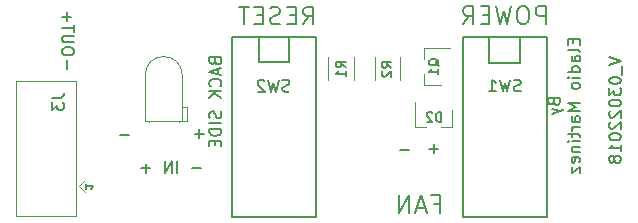
<source format=gbo>
G04 #@! TF.FileFunction,Legend,Bot*
%FSLAX46Y46*%
G04 Gerber Fmt 4.6, Leading zero omitted, Abs format (unit mm)*
G04 Created by KiCad (PCBNEW 4.0.7) date 03/23/18 08:01:55*
%MOMM*%
%LPD*%
G01*
G04 APERTURE LIST*
%ADD10C,0.127000*%
%ADD11C,0.150000*%
%ADD12C,0.120000*%
%ADD13C,0.100000*%
G04 APERTURE END LIST*
D10*
X126309072Y-101943209D02*
X125547167Y-101943209D01*
X132610812Y-101859389D02*
X131848907Y-101859389D01*
X132229859Y-102240341D02*
X132229859Y-101478436D01*
D11*
X166914581Y-95348990D02*
X167914581Y-95682323D01*
X166914581Y-96015657D01*
X168009819Y-96110895D02*
X168009819Y-96872800D01*
X166914581Y-97301371D02*
X166914581Y-97396610D01*
X166962200Y-97491848D01*
X167009819Y-97539467D01*
X167105057Y-97587086D01*
X167295533Y-97634705D01*
X167533629Y-97634705D01*
X167724105Y-97587086D01*
X167819343Y-97539467D01*
X167866962Y-97491848D01*
X167914581Y-97396610D01*
X167914581Y-97301371D01*
X167866962Y-97206133D01*
X167819343Y-97158514D01*
X167724105Y-97110895D01*
X167533629Y-97063276D01*
X167295533Y-97063276D01*
X167105057Y-97110895D01*
X167009819Y-97158514D01*
X166962200Y-97206133D01*
X166914581Y-97301371D01*
X166914581Y-97968038D02*
X166914581Y-98587086D01*
X167295533Y-98253752D01*
X167295533Y-98396610D01*
X167343152Y-98491848D01*
X167390771Y-98539467D01*
X167486010Y-98587086D01*
X167724105Y-98587086D01*
X167819343Y-98539467D01*
X167866962Y-98491848D01*
X167914581Y-98396610D01*
X167914581Y-98110895D01*
X167866962Y-98015657D01*
X167819343Y-97968038D01*
X166914581Y-99206133D02*
X166914581Y-99301372D01*
X166962200Y-99396610D01*
X167009819Y-99444229D01*
X167105057Y-99491848D01*
X167295533Y-99539467D01*
X167533629Y-99539467D01*
X167724105Y-99491848D01*
X167819343Y-99444229D01*
X167866962Y-99396610D01*
X167914581Y-99301372D01*
X167914581Y-99206133D01*
X167866962Y-99110895D01*
X167819343Y-99063276D01*
X167724105Y-99015657D01*
X167533629Y-98968038D01*
X167295533Y-98968038D01*
X167105057Y-99015657D01*
X167009819Y-99063276D01*
X166962200Y-99110895D01*
X166914581Y-99206133D01*
X167009819Y-99920419D02*
X166962200Y-99968038D01*
X166914581Y-100063276D01*
X166914581Y-100301372D01*
X166962200Y-100396610D01*
X167009819Y-100444229D01*
X167105057Y-100491848D01*
X167200295Y-100491848D01*
X167343152Y-100444229D01*
X167914581Y-99872800D01*
X167914581Y-100491848D01*
X167009819Y-100872800D02*
X166962200Y-100920419D01*
X166914581Y-101015657D01*
X166914581Y-101253753D01*
X166962200Y-101348991D01*
X167009819Y-101396610D01*
X167105057Y-101444229D01*
X167200295Y-101444229D01*
X167343152Y-101396610D01*
X167914581Y-100825181D01*
X167914581Y-101444229D01*
X166914581Y-102063276D02*
X166914581Y-102158515D01*
X166962200Y-102253753D01*
X167009819Y-102301372D01*
X167105057Y-102348991D01*
X167295533Y-102396610D01*
X167533629Y-102396610D01*
X167724105Y-102348991D01*
X167819343Y-102301372D01*
X167866962Y-102253753D01*
X167914581Y-102158515D01*
X167914581Y-102063276D01*
X167866962Y-101968038D01*
X167819343Y-101920419D01*
X167724105Y-101872800D01*
X167533629Y-101825181D01*
X167295533Y-101825181D01*
X167105057Y-101872800D01*
X167009819Y-101920419D01*
X166962200Y-101968038D01*
X166914581Y-102063276D01*
X167914581Y-103348991D02*
X167914581Y-102777562D01*
X167914581Y-103063276D02*
X166914581Y-103063276D01*
X167057438Y-102968038D01*
X167152676Y-102872800D01*
X167200295Y-102777562D01*
X167343152Y-103920419D02*
X167295533Y-103825181D01*
X167247914Y-103777562D01*
X167152676Y-103729943D01*
X167105057Y-103729943D01*
X167009819Y-103777562D01*
X166962200Y-103825181D01*
X166914581Y-103920419D01*
X166914581Y-104110896D01*
X166962200Y-104206134D01*
X167009819Y-104253753D01*
X167105057Y-104301372D01*
X167152676Y-104301372D01*
X167247914Y-104253753D01*
X167295533Y-104206134D01*
X167343152Y-104110896D01*
X167343152Y-103920419D01*
X167390771Y-103825181D01*
X167438390Y-103777562D01*
X167533629Y-103729943D01*
X167724105Y-103729943D01*
X167819343Y-103777562D01*
X167866962Y-103825181D01*
X167914581Y-103920419D01*
X167914581Y-104110896D01*
X167866962Y-104206134D01*
X167819343Y-104253753D01*
X167724105Y-104301372D01*
X167533629Y-104301372D01*
X167438390Y-104253753D01*
X167390771Y-104206134D01*
X167343152Y-104110896D01*
X133557971Y-95731439D02*
X133605590Y-95874296D01*
X133653210Y-95921915D01*
X133748448Y-95969534D01*
X133891305Y-95969534D01*
X133986543Y-95921915D01*
X134034162Y-95874296D01*
X134081781Y-95779058D01*
X134081781Y-95398105D01*
X133081781Y-95398105D01*
X133081781Y-95731439D01*
X133129400Y-95826677D01*
X133177019Y-95874296D01*
X133272257Y-95921915D01*
X133367495Y-95921915D01*
X133462733Y-95874296D01*
X133510352Y-95826677D01*
X133557971Y-95731439D01*
X133557971Y-95398105D01*
X133796067Y-96350486D02*
X133796067Y-96826677D01*
X134081781Y-96255248D02*
X133081781Y-96588581D01*
X134081781Y-96921915D01*
X133986543Y-97826677D02*
X134034162Y-97779058D01*
X134081781Y-97636201D01*
X134081781Y-97540963D01*
X134034162Y-97398105D01*
X133938924Y-97302867D01*
X133843686Y-97255248D01*
X133653210Y-97207629D01*
X133510352Y-97207629D01*
X133319876Y-97255248D01*
X133224638Y-97302867D01*
X133129400Y-97398105D01*
X133081781Y-97540963D01*
X133081781Y-97636201D01*
X133129400Y-97779058D01*
X133177019Y-97826677D01*
X134081781Y-98255248D02*
X133081781Y-98255248D01*
X134081781Y-98826677D02*
X133510352Y-98398105D01*
X133081781Y-98826677D02*
X133653210Y-98255248D01*
X134034162Y-99969534D02*
X134081781Y-100112391D01*
X134081781Y-100350487D01*
X134034162Y-100445725D01*
X133986543Y-100493344D01*
X133891305Y-100540963D01*
X133796067Y-100540963D01*
X133700829Y-100493344D01*
X133653210Y-100445725D01*
X133605590Y-100350487D01*
X133557971Y-100160010D01*
X133510352Y-100064772D01*
X133462733Y-100017153D01*
X133367495Y-99969534D01*
X133272257Y-99969534D01*
X133177019Y-100017153D01*
X133129400Y-100064772D01*
X133081781Y-100160010D01*
X133081781Y-100398106D01*
X133129400Y-100540963D01*
X134081781Y-100969534D02*
X133081781Y-100969534D01*
X134081781Y-101445724D02*
X133081781Y-101445724D01*
X133081781Y-101683819D01*
X133129400Y-101826677D01*
X133224638Y-101921915D01*
X133319876Y-101969534D01*
X133510352Y-102017153D01*
X133653210Y-102017153D01*
X133843686Y-101969534D01*
X133938924Y-101921915D01*
X134034162Y-101826677D01*
X134081781Y-101683819D01*
X134081781Y-101445724D01*
X133557971Y-102445724D02*
X133557971Y-102779058D01*
X134081781Y-102921915D02*
X134081781Y-102445724D01*
X133081781Y-102445724D01*
X133081781Y-102921915D01*
X162245231Y-99156877D02*
X162292850Y-99299734D01*
X162340470Y-99347353D01*
X162435708Y-99394972D01*
X162578565Y-99394972D01*
X162673803Y-99347353D01*
X162721422Y-99299734D01*
X162769041Y-99204496D01*
X162769041Y-98823543D01*
X161769041Y-98823543D01*
X161769041Y-99156877D01*
X161816660Y-99252115D01*
X161864279Y-99299734D01*
X161959517Y-99347353D01*
X162054755Y-99347353D01*
X162149993Y-99299734D01*
X162197612Y-99252115D01*
X162245231Y-99156877D01*
X162245231Y-98823543D01*
X162102374Y-99728305D02*
X162769041Y-99966400D01*
X162102374Y-100204496D02*
X162769041Y-99966400D01*
X163007136Y-99871162D01*
X163054755Y-99823543D01*
X163102374Y-99728305D01*
X163895231Y-93871161D02*
X163895231Y-94204495D01*
X164419041Y-94347352D02*
X164419041Y-93871161D01*
X163419041Y-93871161D01*
X163419041Y-94347352D01*
X164419041Y-94918780D02*
X164371422Y-94823542D01*
X164276184Y-94775923D01*
X163419041Y-94775923D01*
X164419041Y-95728305D02*
X163895231Y-95728305D01*
X163799993Y-95680686D01*
X163752374Y-95585448D01*
X163752374Y-95394971D01*
X163799993Y-95299733D01*
X164371422Y-95728305D02*
X164419041Y-95633067D01*
X164419041Y-95394971D01*
X164371422Y-95299733D01*
X164276184Y-95252114D01*
X164180946Y-95252114D01*
X164085708Y-95299733D01*
X164038089Y-95394971D01*
X164038089Y-95633067D01*
X163990470Y-95728305D01*
X164419041Y-96633067D02*
X163419041Y-96633067D01*
X164371422Y-96633067D02*
X164419041Y-96537829D01*
X164419041Y-96347352D01*
X164371422Y-96252114D01*
X164323803Y-96204495D01*
X164228565Y-96156876D01*
X163942850Y-96156876D01*
X163847612Y-96204495D01*
X163799993Y-96252114D01*
X163752374Y-96347352D01*
X163752374Y-96537829D01*
X163799993Y-96633067D01*
X164419041Y-97109257D02*
X163752374Y-97109257D01*
X163419041Y-97109257D02*
X163466660Y-97061638D01*
X163514279Y-97109257D01*
X163466660Y-97156876D01*
X163419041Y-97109257D01*
X163514279Y-97109257D01*
X164419041Y-97728304D02*
X164371422Y-97633066D01*
X164323803Y-97585447D01*
X164228565Y-97537828D01*
X163942850Y-97537828D01*
X163847612Y-97585447D01*
X163799993Y-97633066D01*
X163752374Y-97728304D01*
X163752374Y-97871162D01*
X163799993Y-97966400D01*
X163847612Y-98014019D01*
X163942850Y-98061638D01*
X164228565Y-98061638D01*
X164323803Y-98014019D01*
X164371422Y-97966400D01*
X164419041Y-97871162D01*
X164419041Y-97728304D01*
X164419041Y-99252114D02*
X163419041Y-99252114D01*
X164133327Y-99585448D01*
X163419041Y-99918781D01*
X164419041Y-99918781D01*
X164419041Y-100823543D02*
X163895231Y-100823543D01*
X163799993Y-100775924D01*
X163752374Y-100680686D01*
X163752374Y-100490209D01*
X163799993Y-100394971D01*
X164371422Y-100823543D02*
X164419041Y-100728305D01*
X164419041Y-100490209D01*
X164371422Y-100394971D01*
X164276184Y-100347352D01*
X164180946Y-100347352D01*
X164085708Y-100394971D01*
X164038089Y-100490209D01*
X164038089Y-100728305D01*
X163990470Y-100823543D01*
X164419041Y-101299733D02*
X163752374Y-101299733D01*
X163942850Y-101299733D02*
X163847612Y-101347352D01*
X163799993Y-101394971D01*
X163752374Y-101490209D01*
X163752374Y-101585448D01*
X163752374Y-101775924D02*
X163752374Y-102156876D01*
X163419041Y-101918781D02*
X164276184Y-101918781D01*
X164371422Y-101966400D01*
X164419041Y-102061638D01*
X164419041Y-102156876D01*
X164419041Y-102490210D02*
X163752374Y-102490210D01*
X163419041Y-102490210D02*
X163466660Y-102442591D01*
X163514279Y-102490210D01*
X163466660Y-102537829D01*
X163419041Y-102490210D01*
X163514279Y-102490210D01*
X163752374Y-102966400D02*
X164419041Y-102966400D01*
X163847612Y-102966400D02*
X163799993Y-103014019D01*
X163752374Y-103109257D01*
X163752374Y-103252115D01*
X163799993Y-103347353D01*
X163895231Y-103394972D01*
X164419041Y-103394972D01*
X164371422Y-104252115D02*
X164419041Y-104156877D01*
X164419041Y-103966400D01*
X164371422Y-103871162D01*
X164276184Y-103823543D01*
X163895231Y-103823543D01*
X163799993Y-103871162D01*
X163752374Y-103966400D01*
X163752374Y-104156877D01*
X163799993Y-104252115D01*
X163895231Y-104299734D01*
X163990470Y-104299734D01*
X164085708Y-103823543D01*
X163752374Y-104633067D02*
X163752374Y-105156877D01*
X164419041Y-104633067D01*
X164419041Y-105156877D01*
D10*
X122664571Y-106152971D02*
X122664571Y-106495828D01*
X122664571Y-106324400D02*
X123264571Y-106324400D01*
X123178857Y-106381543D01*
X123121714Y-106438685D01*
X123093143Y-106495828D01*
X149961552Y-103246229D02*
X149199647Y-103246229D01*
X152450752Y-103144629D02*
X151688847Y-103144629D01*
X152069799Y-103525581D02*
X152069799Y-102763676D01*
X152064885Y-107766657D02*
X152564885Y-107766657D01*
X152564885Y-108552371D02*
X152564885Y-107052371D01*
X151850599Y-107052371D01*
X151350600Y-108123800D02*
X150636314Y-108123800D01*
X151493457Y-108552371D02*
X150993457Y-107052371D01*
X150493457Y-108552371D01*
X149993457Y-108552371D02*
X149993457Y-107052371D01*
X149136314Y-108552371D01*
X149136314Y-107052371D01*
X132368609Y-104770229D02*
X131606704Y-104770229D01*
X130368609Y-105151181D02*
X130368609Y-104151181D01*
X129892419Y-105151181D02*
X129892419Y-104151181D01*
X129320990Y-105151181D01*
X129320990Y-104151181D01*
X128082895Y-104770229D02*
X127320990Y-104770229D01*
X127701942Y-105151181D02*
X127701942Y-104389276D01*
X120984971Y-96408571D02*
X120984971Y-95646666D01*
X121604019Y-94980000D02*
X121604019Y-94789523D01*
X121556400Y-94694285D01*
X121461162Y-94599047D01*
X121270686Y-94551428D01*
X120937352Y-94551428D01*
X120746876Y-94599047D01*
X120651638Y-94694285D01*
X120604019Y-94789523D01*
X120604019Y-94980000D01*
X120651638Y-95075238D01*
X120746876Y-95170476D01*
X120937352Y-95218095D01*
X121270686Y-95218095D01*
X121461162Y-95170476D01*
X121556400Y-95075238D01*
X121604019Y-94980000D01*
X121604019Y-94122857D02*
X120794495Y-94122857D01*
X120699257Y-94075238D01*
X120651638Y-94027619D01*
X120604019Y-93932381D01*
X120604019Y-93741904D01*
X120651638Y-93646666D01*
X120699257Y-93599047D01*
X120794495Y-93551428D01*
X121604019Y-93551428D01*
X121604019Y-93218095D02*
X121604019Y-92646666D01*
X120604019Y-92932381D02*
X121604019Y-92932381D01*
X120984971Y-92313333D02*
X120984971Y-91551428D01*
X120604019Y-91932380D02*
X121365924Y-91932380D01*
D11*
X161553886Y-92575771D02*
X161553886Y-91075771D01*
X160982458Y-91075771D01*
X160839600Y-91147200D01*
X160768172Y-91218629D01*
X160696743Y-91361486D01*
X160696743Y-91575771D01*
X160768172Y-91718629D01*
X160839600Y-91790057D01*
X160982458Y-91861486D01*
X161553886Y-91861486D01*
X159768172Y-91075771D02*
X159482458Y-91075771D01*
X159339600Y-91147200D01*
X159196743Y-91290057D01*
X159125315Y-91575771D01*
X159125315Y-92075771D01*
X159196743Y-92361486D01*
X159339600Y-92504343D01*
X159482458Y-92575771D01*
X159768172Y-92575771D01*
X159911029Y-92504343D01*
X160053886Y-92361486D01*
X160125315Y-92075771D01*
X160125315Y-91575771D01*
X160053886Y-91290057D01*
X159911029Y-91147200D01*
X159768172Y-91075771D01*
X158625314Y-91075771D02*
X158268171Y-92575771D01*
X157982457Y-91504343D01*
X157696743Y-92575771D01*
X157339600Y-91075771D01*
X156768171Y-91790057D02*
X156268171Y-91790057D01*
X156053885Y-92575771D02*
X156768171Y-92575771D01*
X156768171Y-91075771D01*
X156053885Y-91075771D01*
X154553885Y-92575771D02*
X155053885Y-91861486D01*
X155411028Y-92575771D02*
X155411028Y-91075771D01*
X154839600Y-91075771D01*
X154696742Y-91147200D01*
X154625314Y-91218629D01*
X154553885Y-91361486D01*
X154553885Y-91575771D01*
X154625314Y-91718629D01*
X154696742Y-91790057D01*
X154839600Y-91861486D01*
X155411028Y-91861486D01*
X141014971Y-92601171D02*
X141514971Y-91886886D01*
X141872114Y-92601171D02*
X141872114Y-91101171D01*
X141300686Y-91101171D01*
X141157828Y-91172600D01*
X141086400Y-91244029D01*
X141014971Y-91386886D01*
X141014971Y-91601171D01*
X141086400Y-91744029D01*
X141157828Y-91815457D01*
X141300686Y-91886886D01*
X141872114Y-91886886D01*
X140372114Y-91815457D02*
X139872114Y-91815457D01*
X139657828Y-92601171D02*
X140372114Y-92601171D01*
X140372114Y-91101171D01*
X139657828Y-91101171D01*
X139086400Y-92529743D02*
X138872114Y-92601171D01*
X138514971Y-92601171D01*
X138372114Y-92529743D01*
X138300685Y-92458314D01*
X138229257Y-92315457D01*
X138229257Y-92172600D01*
X138300685Y-92029743D01*
X138372114Y-91958314D01*
X138514971Y-91886886D01*
X138800685Y-91815457D01*
X138943543Y-91744029D01*
X139014971Y-91672600D01*
X139086400Y-91529743D01*
X139086400Y-91386886D01*
X139014971Y-91244029D01*
X138943543Y-91172600D01*
X138800685Y-91101171D01*
X138443543Y-91101171D01*
X138229257Y-91172600D01*
X137586400Y-91815457D02*
X137086400Y-91815457D01*
X136872114Y-92601171D02*
X137586400Y-92601171D01*
X137586400Y-91101171D01*
X136872114Y-91101171D01*
X136443543Y-91101171D02*
X135586400Y-91101171D01*
X136014971Y-92601171D02*
X136014971Y-91101171D01*
D12*
X153624000Y-101293000D02*
X152694000Y-101293000D01*
X150464000Y-101293000D02*
X151394000Y-101293000D01*
X150464000Y-101293000D02*
X150464000Y-99133000D01*
X153624000Y-101293000D02*
X153624000Y-99833000D01*
D13*
X122530000Y-106807000D02*
X122022000Y-106299000D01*
X122022000Y-106299000D02*
X122530000Y-105791000D01*
X121768000Y-97409000D02*
X116688000Y-97409000D01*
X116688000Y-97409000D02*
X116688000Y-108839000D01*
X116688000Y-108839000D02*
X121768000Y-108839000D01*
X121768000Y-108839000D02*
X121768000Y-97409000D01*
D12*
X151259000Y-97744400D02*
X151259000Y-96814400D01*
X151259000Y-94584400D02*
X151259000Y-95514400D01*
X151259000Y-94584400D02*
X153419000Y-94584400D01*
X151259000Y-97744400D02*
X152719000Y-97744400D01*
X143151000Y-95342200D02*
X143151000Y-97342200D01*
X145291000Y-97342200D02*
X145291000Y-95342200D01*
X147114000Y-95342200D02*
X147114000Y-97342200D01*
X149254000Y-97342200D02*
X149254000Y-95342200D01*
D11*
X159390000Y-93748000D02*
X159390000Y-95848000D01*
X159390000Y-95848000D02*
X156790000Y-95848000D01*
X156790000Y-95848000D02*
X156790000Y-93748000D01*
X161646000Y-108890000D02*
X154534000Y-108890000D01*
X161646000Y-108890000D02*
X161646000Y-93650000D01*
X161646000Y-93650000D02*
X154534000Y-93650000D01*
X154534000Y-108890000D02*
X154534000Y-93650000D01*
X139857000Y-93648000D02*
X139857000Y-95748000D01*
X139857000Y-95748000D02*
X137257000Y-95748000D01*
X137257000Y-95748000D02*
X137257000Y-93648000D01*
X142113000Y-108890000D02*
X135001000Y-108890000D01*
X142113000Y-108890000D02*
X142113000Y-93650000D01*
X142113000Y-93650000D02*
X135001000Y-93650000D01*
X135001000Y-108890000D02*
X135001000Y-93650000D01*
D12*
X130770000Y-96886000D02*
G75*
G03X127650000Y-96886000I-1560000J0D01*
G01*
X127650000Y-100746000D02*
X127650000Y-96886000D01*
X130770000Y-100746000D02*
X130770000Y-96886000D01*
X127650000Y-100746000D02*
X130770000Y-100746000D01*
X131170000Y-100746000D02*
X131170000Y-99626000D01*
X131170000Y-99626000D02*
X130770000Y-99626000D01*
X130770000Y-99626000D02*
X130770000Y-100746000D01*
X130770000Y-100746000D02*
X131170000Y-100746000D01*
X127940000Y-100876000D02*
X127940000Y-100746000D01*
X127940000Y-100746000D02*
X127940000Y-100746000D01*
X127940000Y-100746000D02*
X127940000Y-100876000D01*
X127940000Y-100876000D02*
X127940000Y-100876000D01*
X130480000Y-100876000D02*
X130480000Y-100746000D01*
X130480000Y-100746000D02*
X130480000Y-100746000D01*
X130480000Y-100746000D02*
X130480000Y-100876000D01*
X130480000Y-100876000D02*
X130480000Y-100876000D01*
D11*
X152685276Y-100844105D02*
X152685276Y-100044105D01*
X152494800Y-100044105D01*
X152380514Y-100082200D01*
X152304323Y-100158390D01*
X152266228Y-100234581D01*
X152228133Y-100386962D01*
X152228133Y-100501248D01*
X152266228Y-100653629D01*
X152304323Y-100729819D01*
X152380514Y-100806010D01*
X152494800Y-100844105D01*
X152685276Y-100844105D01*
X151923371Y-100120295D02*
X151885276Y-100082200D01*
X151809085Y-100044105D01*
X151618609Y-100044105D01*
X151542419Y-100082200D01*
X151504323Y-100120295D01*
X151466228Y-100196486D01*
X151466228Y-100272676D01*
X151504323Y-100386962D01*
X151961466Y-100844105D01*
X151466228Y-100844105D01*
X119772581Y-98828267D02*
X120486867Y-98828267D01*
X120629724Y-98780647D01*
X120724962Y-98685409D01*
X120772581Y-98542552D01*
X120772581Y-98447314D01*
X119772581Y-99209219D02*
X119772581Y-99828267D01*
X120153533Y-99494933D01*
X120153533Y-99637791D01*
X120201152Y-99733029D01*
X120248771Y-99780648D01*
X120344010Y-99828267D01*
X120582105Y-99828267D01*
X120677343Y-99780648D01*
X120724962Y-99733029D01*
X120772581Y-99637791D01*
X120772581Y-99352076D01*
X120724962Y-99256838D01*
X120677343Y-99209219D01*
X152507895Y-96113610D02*
X152469800Y-96037419D01*
X152393610Y-95961229D01*
X152279324Y-95846943D01*
X152241229Y-95770752D01*
X152241229Y-95694562D01*
X152431705Y-95732657D02*
X152393610Y-95656467D01*
X152317419Y-95580276D01*
X152165038Y-95542181D01*
X151898371Y-95542181D01*
X151745990Y-95580276D01*
X151669800Y-95656467D01*
X151631705Y-95732657D01*
X151631705Y-95885038D01*
X151669800Y-95961229D01*
X151745990Y-96037419D01*
X151898371Y-96075514D01*
X152165038Y-96075514D01*
X152317419Y-96037419D01*
X152393610Y-95961229D01*
X152431705Y-95885038D01*
X152431705Y-95732657D01*
X152431705Y-96837419D02*
X152431705Y-96380276D01*
X152431705Y-96608847D02*
X151631705Y-96608847D01*
X151745990Y-96532657D01*
X151822181Y-96456466D01*
X151860276Y-96380276D01*
X144608305Y-96234267D02*
X144227352Y-95967600D01*
X144608305Y-95777124D02*
X143808305Y-95777124D01*
X143808305Y-96081886D01*
X143846400Y-96158077D01*
X143884495Y-96196172D01*
X143960686Y-96234267D01*
X144074971Y-96234267D01*
X144151162Y-96196172D01*
X144189257Y-96158077D01*
X144227352Y-96081886D01*
X144227352Y-95777124D01*
X144608305Y-96996172D02*
X144608305Y-96539029D01*
X144608305Y-96767600D02*
X143808305Y-96767600D01*
X143922590Y-96691410D01*
X143998781Y-96615219D01*
X144036876Y-96539029D01*
X148469705Y-96259667D02*
X148088752Y-95993000D01*
X148469705Y-95802524D02*
X147669705Y-95802524D01*
X147669705Y-96107286D01*
X147707800Y-96183477D01*
X147745895Y-96221572D01*
X147822086Y-96259667D01*
X147936371Y-96259667D01*
X148012562Y-96221572D01*
X148050657Y-96183477D01*
X148088752Y-96107286D01*
X148088752Y-95802524D01*
X147745895Y-96564429D02*
X147707800Y-96602524D01*
X147669705Y-96678715D01*
X147669705Y-96869191D01*
X147707800Y-96945381D01*
X147745895Y-96983477D01*
X147822086Y-97021572D01*
X147898276Y-97021572D01*
X148012562Y-96983477D01*
X148469705Y-96526334D01*
X148469705Y-97021572D01*
X159423333Y-98220362D02*
X159280476Y-98267981D01*
X159042380Y-98267981D01*
X158947142Y-98220362D01*
X158899523Y-98172743D01*
X158851904Y-98077505D01*
X158851904Y-97982267D01*
X158899523Y-97887029D01*
X158947142Y-97839410D01*
X159042380Y-97791790D01*
X159232857Y-97744171D01*
X159328095Y-97696552D01*
X159375714Y-97648933D01*
X159423333Y-97553695D01*
X159423333Y-97458457D01*
X159375714Y-97363219D01*
X159328095Y-97315600D01*
X159232857Y-97267981D01*
X158994761Y-97267981D01*
X158851904Y-97315600D01*
X158518571Y-97267981D02*
X158280476Y-98267981D01*
X158089999Y-97553695D01*
X157899523Y-98267981D01*
X157661428Y-97267981D01*
X156756666Y-98267981D02*
X157328095Y-98267981D01*
X157042381Y-98267981D02*
X157042381Y-97267981D01*
X157137619Y-97410838D01*
X157232857Y-97506076D01*
X157328095Y-97553695D01*
X139839533Y-98245762D02*
X139696676Y-98293381D01*
X139458580Y-98293381D01*
X139363342Y-98245762D01*
X139315723Y-98198143D01*
X139268104Y-98102905D01*
X139268104Y-98007667D01*
X139315723Y-97912429D01*
X139363342Y-97864810D01*
X139458580Y-97817190D01*
X139649057Y-97769571D01*
X139744295Y-97721952D01*
X139791914Y-97674333D01*
X139839533Y-97579095D01*
X139839533Y-97483857D01*
X139791914Y-97388619D01*
X139744295Y-97341000D01*
X139649057Y-97293381D01*
X139410961Y-97293381D01*
X139268104Y-97341000D01*
X138934771Y-97293381D02*
X138696676Y-98293381D01*
X138506199Y-97579095D01*
X138315723Y-98293381D01*
X138077628Y-97293381D01*
X137744295Y-97388619D02*
X137696676Y-97341000D01*
X137601438Y-97293381D01*
X137363342Y-97293381D01*
X137268104Y-97341000D01*
X137220485Y-97388619D01*
X137172866Y-97483857D01*
X137172866Y-97579095D01*
X137220485Y-97721952D01*
X137791914Y-98293381D01*
X137172866Y-98293381D01*
M02*

</source>
